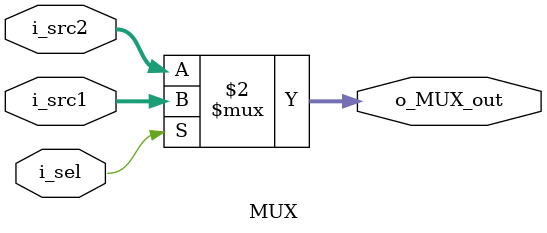
<source format=v>
module MUX #(parameter LENGTH = 'd16)
(
    input [LENGTH-1:0] i_src1, i_src2,
    input i_sel,
    output [LENGTH-1:0] o_MUX_out
);

assign o_MUX_out = (i_sel == 1)? i_src1 : i_src2;

endmodule
</source>
